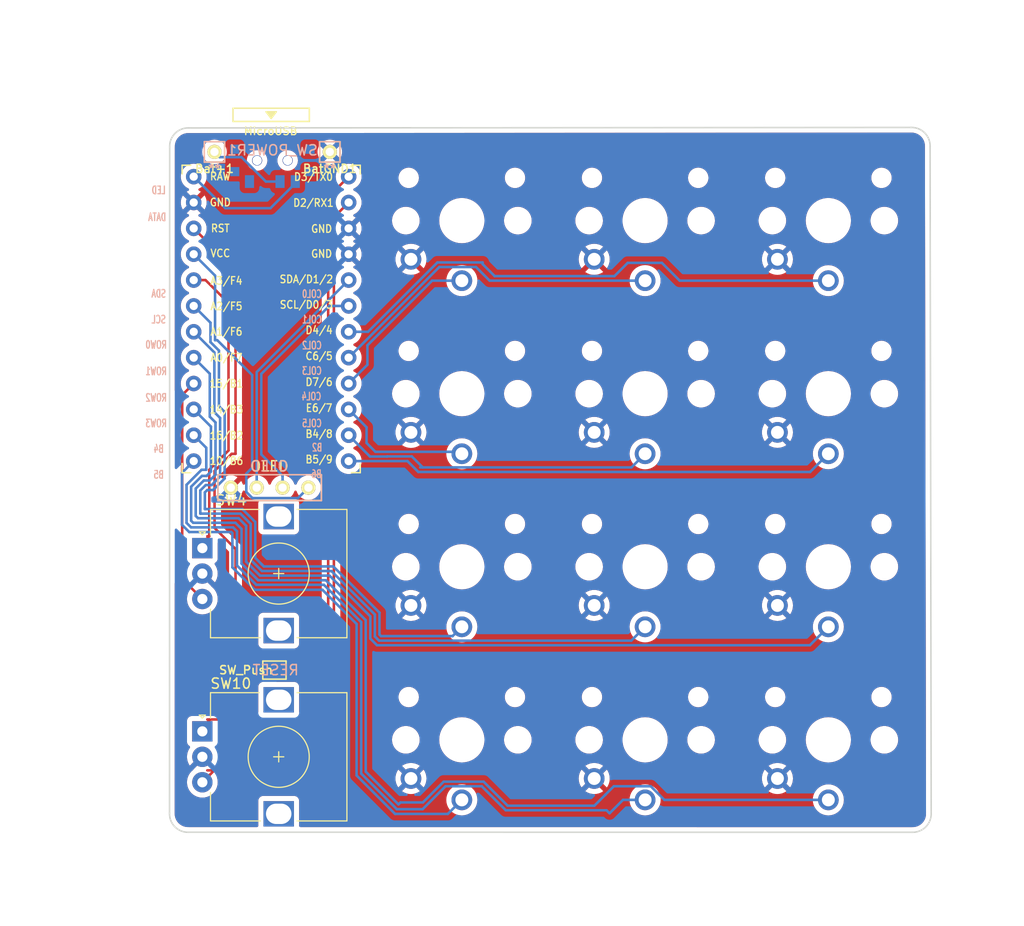
<source format=kicad_pcb>
(kicad_pcb (version 20211014) (generator pcbnew)
  (title_block (title "hypergolic") (date "2020-12-26") (rev "0.1") (company "broomlabs"))
  (layers (0 "F.Cu" signal) (31 "B.Cu" signal) (34 "B.Paste" user) (35 "F.Paste" user) (36 "B.SilkS" user "B.Silkscreen") (37 "F.SilkS" user "F.Silkscreen") (38 "B.Mask" user) (39 "F.Mask" user) (44 "Edge.Cuts" user))
  (net 0 "")
  (net 1 "reset")
  (net 2 "BT+")
  (net 3 "gnd")
  (net 4 "vcc")
  (net 5 "Switch18")
  (net 6 "Switch1")
  (net 7 "Switch2")
  (net 8 "Switch3")
  (net 9 "Switch4")
  (net 10 "Switch5")
  (net 11 "Switch6")
  (net 12 "Switch7")
  (net 13 "Switch8")
  (net 14 "Switch9")
  (net 15 "Switch10")
  (net 16 "Switch11")
  (net 17 "Switch12")
  (net 18 "Switch13")
  (net 19 "Switch14")
  (net 20 "Switch15")
  (net 21 "Switch16")
  (net 22 "Switch17")
  (net 24 "raw")
  (footprint "kbd:ProMicro_v3" (layer "F.Cu") (at 96.27 111.16)
    (fp_text reference "U1" hide)
    (fp_text value "ProMicro-kbd" hide)
    (fp_text user "LED" (at -11.049 -13.1445) (layer "B.SilkS") (effects (font (size 0.75 0.5) (thickness 0.125)) (justify mirror)))
    (fp_text user "ROW3" (at -11.3 9.75) (layer "B.SilkS") (effects (font (size 0.75 0.5) (thickness 0.125)) (justify mirror)))
    (fp_text user "COL4" (at 3.95 7.112) (layer "B.SilkS") (effects (font (size 0.75 0.5) (thickness 0.125)) (justify mirror)))
    (fp_text user "COL1" (at 4 -0.4445) (layer "B.SilkS") (effects (font (size 0.75 0.5) (thickness 0.125)) (justify mirror)))
    (fp_text user "B4" (at -11.049 12.2555) (layer "B.SilkS") (effects (font (size 0.75 0.5) (thickness 0.125)) (justify mirror)))
    (fp_text user "B6" (at 4.445 14.732) (layer "B.SilkS") (effects (font (size 0.75 0.5) (thickness 0.125)) (justify mirror)))
    (fp_text user "DATA" (at -11.2 -10.5) (layer "B.SilkS") (effects (font (size 0.75 0.5) (thickness 0.125)) (justify mirror)))
    (fp_text user "COL2" (at 4 2.1) (layer "B.SilkS") (effects (font (size 0.75 0.5) (thickness 0.125)) (justify mirror)))
    (fp_text user "ROW2" (at -11.3 7.239) (layer "B.SilkS") (effects (font (size 0.75 0.5) (thickness 0.125)) (justify mirror)))
    (fp_text user "B2" (at 4.5085 12.1285) (layer "B.SilkS") (effects (font (size 0.75 0.5) (thickness 0.125)) (justify mirror)))
    (fp_text user "ROW1" (at -11.3 4.6355) (layer "B.SilkS") (effects (font (size 0.75 0.5) (thickness 0.125)) (justify mirror)))
    (fp_text user "COL0" (at 4 -2.95) (layer "B.SilkS") (effects (font (size 0.75 0.5) (thickness 0.125)) (justify mirror)))
    (fp_text user "SCL" (at -11.049 -0.4445) (layer "B.SilkS") (effects (font (size 0.75 0.5) (thickness 0.125)) (justify mirror)))
    (fp_text user "B5" (at -11.049 14.7955) (layer "B.SilkS") (effects (font (size 0.75 0.5) (thickness 0.125)) (justify mirror)))
    (fp_text user "COL5" (at 4 9.75) (layer "B.SilkS") (effects (font (size 0.75 0.5) (thickness 0.125)) (justify mirror)))
    (fp_text user "COL3" (at 4 4.6) (layer "B.SilkS") (effects (font (size 0.75 0.5) (thickness 0.125)) (justify mirror)))
    (fp_text user "SDA" (at -11.049 -2.9845) (layer "B.SilkS") (effects (font (size 0.75 0.5) (thickness 0.125)) (justify mirror)))
    (fp_text user "ROW0" (at -11.3 2.032) (layer "B.SilkS") (effects (font (size 0.75 0.5) (thickness 0.125)) (justify mirror)))
    (fp_text user "E6/7" (at 4.705 8.25 unlocked) (layer "F.SilkS") (effects (font (size 0.75 0.67) (thickness 0.125))))
    (fp_text user "D3/TX0" (at 4.155 -14.45 unlocked) (layer "F.SilkS") (effects (font (size 0.75 0.67) (thickness 0.125))))
    (fp_text user "B4/8" (at 4.705 10.8 unlocked) (layer "F.SilkS") (effects (font (size 0.75 0.67) (thickness 0.125))))
    (fp_text user "D4/4" (at 4.705 0.6 unlocked) (layer "F.SilkS") (effects (font (size 0.75 0.67) (thickness 0.125))))
    (fp_text user "A3/F4" (at -4.395 -4.25 unlocked) (layer "F.SilkS") (effects (font (size 0.75 0.67) (thickness 0.125))))
    (fp_text user "A2/F5" (at -4.395 -1.75 unlocked) (layer "F.SilkS") (effects (font (size 0.75 0.67) (thickness 0.125))))
    (fp_text user "MicroUSB" (at -0.05 -18.95) (layer "F.SilkS") (effects (font (size 0.75 0.75) (thickness 0.12))))
    (fp_text user "10/B6" (at -4.395 13.45 unlocked) (layer "F.SilkS") (effects (font (size 0.75 0.67) (thickness 0.125))))
    (fp_text user "D7/6" (at 4.705 5.7 unlocked) (layer "F.SilkS") (effects (font (size 0.75 0.67) (thickness 0.125))))
    (fp_text user "SDA/D1/2" (at 3.455 -4.4 unlocked) (layer "F.SilkS") (effects (font (size 0.75 0.67) (thickness 0.125))))
    (fp_text user "14/B3" (at -4.395 8.4 unlocked) (layer "F.SilkS") (effects (font (size 0.75 0.67) (thickness 0.125))))
    (fp_text user "MicroUSB" (at -0.05 -18.95) (layer "F.SilkS") (effects (font (size 0.75 0.75) (thickness 0.12))))
    (fp_text user "A1/F6" (at -4.395 0.75 unlocked) (layer "F.SilkS") (effects (font (size 0.75 0.67) (thickness 0.125))))
    (fp_text user "16/B2" (at -4.395 10.95 unlocked) (layer "F.SilkS") (effects (font (size 0.75 0.67) (thickness 0.125))))
    (fp_text user "GND" (at 4.955 -6.9 unlocked) (layer "F.SilkS") (effects (font (size 0.75 0.67) (thickness 0.125))))
    (fp_text user "SCL/D0/3" (at 3.455 -1.9 unlocked) (layer "F.SilkS") (effects (font (size 0.75 0.67) (thickness 0.125))))
    (fp_text user "B5/9" (at 4.705 13.3 unlocked) (layer "F.SilkS") (effects (font (size 0.75 0.67) (thickness 0.125))))
    (fp_text user "RAW" (at -4.995 -14.5 unlocked) (layer "F.SilkS") (effects (font (size 0.75 0.67) (thickness 0.125))))
    (fp_text user "15/B1" (at -4.395 5.85 unlocked) (layer "F.SilkS") (effects (font (size 0.75 0.67) (thickness 0.125))))
    (fp_text user "GND" (at -4.995 -11.95 unlocked) (layer "F.SilkS") (effects (font (size 0.75 0.67) (thickness 0.125))))
    (fp_text user "D2/RX1" (at 4.155 -11.9 unlocked) (layer "F.SilkS") (effects (font (size 0.75 0.67) (thickness 0.125))))
    (fp_text user "A0/F7" (at -4.395 3.3 unlocked) (layer "F.SilkS") (effects (font (size 0.75 0.67) (thickness 0.125))))
    (fp_text user "C6/5" (at 4.705 3.15 unlocked) (layer "F.SilkS") (effects (font (size 0.75 0.67) (thickness 0.125))))
    (fp_text user "VCC" (at -4.995 -6.95 unlocked) (layer "F.SilkS") (effects (font (size 0.75 0.67) (thickness 0.125))))
    (fp_text user "RST" (at -4.995 -9.4 unlocked) (layer "F.SilkS") (effects (font (size 0.75 0.67) (thickness 0.125))))
    (fp_text user "GND" (at 4.955 -9.35 unlocked) (layer "F.SilkS") (effects (font (size 0.75 0.67) (thickness 0.125))))
    (fp_line (start 0 -20.2) (end -0.5 -20.85) (layer "F.SilkS") (width 0.15))
    (fp_line (start 8.75 13.75) (end 8.75 14.6) (layer "F.SilkS") (width 0.15))
    (fp_line (start -8.75 13.7) (end -8.75 14.6) (layer "F.SilkS") (width 0.15))
    (fp_line (start 0.5 -20.85) (end 0 -20.2) (layer "F.SilkS") (width 0.15))
    (fp_line (start 8.75 14.6) (end 7.89 14.6) (layer "F.SilkS") (width 0.15))
    (fp_line (start -0.5 -20.85) (end 0.5 -20.85) (layer "F.SilkS") (width 0.15))
    (fp_line (start -8.75 -15.6) (end -7.9 -15.6) (layer "F.SilkS") (width 0.15))
    (fp_line (start -8.75 14.6) (end -7.9 14.6) (layer "F.SilkS") (width 0.15))
    (fp_line (start 8.75 -15.6) (end 8.75 -14.75) (layer "F.SilkS") (width 0.15))
    (fp_line (start -0.35 -20.7) (end 0.35 -20.7) (layer "F.SilkS") (width 0.15))
    (fp_line (start 3.75 -21.2) (end -3.75 -21.2) (layer "F.SilkS") (width 0.15))
    (fp_line (start 3.75 -19.9) (end 3.75 -21.2) (layer "F.SilkS") (width 0.15))
    (fp_line (start -8.75 -15.6) (end -8.75 -14.75) (layer "F.SilkS") (width 0.15))
    (fp_line (start -3.75 -21.2) (end -3.75 -19.9) (layer "F.SilkS") (width 0.15))
    (fp_line (start -0.15 -20.4) (end 0.15 -20.4) (layer "F.SilkS") (width 0.15))
    (fp_line (start -3.75 -19.9) (end 3.75 -19.9) (layer "F.SilkS") (width 0.15))
    (fp_line (start 8.75 -15.6) (end 7.95 -15.6) (layer "F.SilkS") (width 0.15))
    (fp_line (start -0.25 -20.55) (end 0.25 -20.55) (layer "F.SilkS") (width 0.15))
    (pad "1" thru_hole circle locked (at 7.6114 -14.478) (size 1.524 1.524) (drill 0.8128) (layers *.Cu "B.Mask") (net 15 "Switch10"))
    (pad "2" thru_hole circle locked (at 7.6114 -11.938) (size 1.524 1.524) (drill 0.8128) (layers *.Cu "B.Mask") (net 5 "Switch18"))
    (pad "3" thru_hole circle locked (at 7.6114 -9.398) (size 1.524 1.524) (drill 0.8128) (layers *.Cu "B.Mask") (net 3 "gnd"))
    (pad "4" thru_hole circle locked (at 7.6114 -6.858) (size 1.524 1.524) (drill 0.8128) (layers *.Cu "B.Mask") (net 3 "gnd"))
    (pad "5" thru_hole circle locked (at 7.6114 -4.318) (size 1.524 1.524) (drill 0.8128) (layers *.Cu "B.Mask") (net 16 "Switch11"))
    (pad "6" thru_hole circle locked (at 7.6114 -1.778) (size 1.524 1.524) (drill 0.8128) (layers *.Cu "B.Mask") (net 17 "Switch12"))
    (pad "7" thru_hole circle locked (at 7.6114 0.762) (size 1.524 1.524) (drill 0.8128) (layers *.Cu "B.Mask") (net 18 "Switch13"))
    (pad "8" thru_hole circle locked (at 7.6114 3.302) (size 1.524 1.524) (drill 0.8128) (layers *.Cu "B.Mask") (net 19 "Switch14"))
    (pad "9" thru_hole circle locked (at 7.6114 5.842) (size 1.524 1.524) (drill 0.8128) (layers *.Cu "B.Mask") (net 6 "Switch1"))
    (pad "10" thru_hole circle locked (at 7.6114 8.382) (size 1.524 1.524) (drill 0.8128) (layers *.Cu "B.Mask") (net 20 "Switch15"))
    (pad "11" thru_hole circle locked (at 7.6114 10.922) (size 1.524 1.524) (drill 0.8128) (layers *.Cu "B.Mask") (net 21 "Switch16"))
    (pad "12" thru_hole circle locked (at 7.6114 13.462) (size 1.524 1.524) (drill 0.8128) (layers *.Cu "B.Mask") (net 22 "Switch17"))
    (pad "13" thru_hole circle locked (at -7.6086 13.462) (size 1.524 1.524) (drill 0.8128) (layers *.Cu "B.Mask") (net 14 "Switch9"))
    (pad "14" thru_hole circle locked (at -7.6086 10.922) (size 1.524 1.524) (drill 0.8128) (layers *.Cu "B.Mask") (net 13 "Switch8"))
    (pad "15" thru_hole circle locked (at -7.6086 8.382) (size 1.524 1.524) (drill 0.8128) (layers *.Cu "B.Mask") (net 12 "Switch7"))
    (pad "16" thru_hole circle locked (at -7.6086 5.842) (size 1.524 1.524) (drill 0.8128) (layers *.Cu "B.Mask") (net 11 "Switch6"))
    (pad "17" thru_hole circle locked (at -7.6086 3.302) (size 1.524 1.524) (drill 0.8128) (layers *.Cu "B.Mask") (net 7 "Switch2"))
    (pad "18" thru_hole circle locked (at -7.6086 0.762) (size 1.524 1.524) (drill 0.8128) (layers *.Cu "B.Mask") (net 8 "Switch3"))
    (pad "19" thru_hole circle locked (at -7.6086 -1.778) (size 1.524 1.524) (drill 0.8128) (layers *.Cu "B.Mask") (net 9 "Switch4"))
    (pad "20" thru_hole circle locked (at -7.6086 -4.318) (size 1.524 1.524) (drill 0.8128) (layers *.Cu "B.Mask") (net 10 "Switch5"))
    (pad "21" thru_hole circle locked (at -7.6086 -6.858) (size 1.524 1.524) (drill 0.8128) (layers *.Cu "B.Mask") (net 4 "vcc"))
    (pad "22" thru_hole circle locked (at -7.6086 -9.398) (size 1.524 1.524) (drill 0.8128) (layers *.Cu "B.Mask") (net 1 "reset"))
    (pad "23" thru_hole circle locked (at -7.6086 -11.938) (size 1.524 1.524) (drill 0.8128) (layers *.Cu "B.Mask") (net 3 "gnd"))
    (pad "24" thru_hole circle locked (at -7.6086 -14.478) (size 1.524 1.524) (drill 0.8128) (layers *.Cu "B.Mask") (net 24 "raw"))
  )
  (footprint "Rotary_Encoder:RotaryEncoder_Alps_EC12E_Vertical_H20mm" (layer "F.Cu") (at 89.51 133.17)
    (fp_text reference "SW4" (at 2.8 -4.7) (layer "F.SilkS"))
    (fp_text value "RotaryEncoder_Switch")
    (fp_line (start 5.6 -3.8) (end 0.8 -3.8) (layer "F.SilkS") (width 0.12))
    (fp_line (start 7 2.5) (end 8 2.5) (layer "F.SilkS") (width 0.12))
    (fp_line (start 14.2 -3.8) (end 14.2 8.8) (layer "F.SilkS") (width 0.12))
    (fp_line (start 9.3 -3.8) (end 14.2 -3.8) (layer "F.SilkS") (width 0.12))
    (fp_line (start 0.3 -1.6) (end 0 -1.3) (layer "F.SilkS") (width 0.12))
    (fp_line (start 5.7 8.8) (end 0.8 8.8) (layer "F.SilkS") (width 0.12))
    (fp_line (start -0.3 -1.6) (end 0.3 -1.6) (layer "F.SilkS") (width 0.12))
    (fp_line (start 0.8 8.8) (end 0.8 6) (layer "F.SilkS") (width 0.12))
    (fp_line (start 0.8 -3.8) (end 0.8 -1.3) (layer "F.SilkS") (width 0.12))
    (fp_line (start 14.2 8.8) (end 9.3 8.8) (layer "F.SilkS") (width 0.12))
    (fp_line (start 7.5 2) (end 7.5 3) (layer "F.SilkS") (width 0.12))
    (fp_line (start 0 -1.3) (end -0.3 -1.6) (layer "F.SilkS") (width 0.12))
    (fp_circle (center 7.5 2.5) (end 10.5 2.5) (layer "F.SilkS") (width 0.12) (fill none))
    (pad "A" thru_hole rect locked (at 0 0) (size 2 2) (drill 1) (layers *.Cu *.Mask) (net 10 "Switch5"))
    (pad "B" thru_hole circle locked (at 0 5) (size 2 2) (drill 1) (layers *.Cu *.Mask) (net 11 "Switch6"))
    (pad "C" thru_hole circle locked (at 0 2.5) (size 2 2) (drill 1) (layers *.Cu *.Mask) (net 3 "gnd"))
    (pad "MP" thru_hole rect locked (at 7.5 8.1) (size 3 2.5) (drill oval 2.5 2) (layers *.Cu *.Mask))
    (pad "MP" thru_hole rect locked (at 7.5 -3.1) (size 3 2.5) (drill oval 2.5 2) (layers *.Cu *.Mask))
  )
  (footprint "Kailh:SW_PG1350_single_b2" (layer "F.Cu") (at 115 135)
    (fp_text reference "SW8")
    (fp_text value "SW_Push")
    (pad "" np_thru_hole circle locked (at 0 0) (size 3.429 3.429) (drill 3.429) (layers *.Cu *.Mask))
    (pad "" np_thru_hole circle locked (at 5.22 -4.2) (size 0.9906 0.9906) (drill 0.9906) (layers *.Cu *.Mask))
    (pad "" np_thru_hole circle locked (at -5.5 0) (size 1.7018 1.7018) (drill 1.7018) (layers *.Cu *.Mask))
    (pad "" np_thru_hole circle locked (at 5.5 0) (size 1.7018 1.7018) (drill 1.7018) (layers *.Cu *.Mask))
    (pad "" np_thru_hole circle locked (at -5.22 -4.2) (size 0.9906 0.9906) (drill 0.9906) (layers *.Cu *.Mask))
    (pad "1" thru_hole circle locked (at 0 5.9) (size 2.032 2.032) (drill 1.27) (layers *.Cu *.Mask) (net 9 "Switch4"))
    (pad "2" thru_hole circle locked (at -5 3.8) (size 2.032 2.032) (drill 1.27) (layers *.Cu *.Mask) (net 3 "gnd"))
  )
  (footprint "Kailh:SW_PG1350_single_b2" (layer "F.Cu") (at 115 101)
    (fp_text reference "SW1")
    (fp_text value "SW_Push")
    (pad "" np_thru_hole circle locked (at -5.5 0) (size 1.7018 1.7018) (drill 1.7018) (layers *.Cu *.Mask))
    (pad "" np_thru_hole circle locked (at -5.22 -4.2) (size 0.9906 0.9906) (drill 0.9906) (layers *.Cu *.Mask))
    (pad "" np_thru_hole circle locked (at 5.5 0) (size 1.7018 1.7018) (drill 1.7018) (layers *.Cu *.Mask))
    (pad "" np_thru_hole circle locked (at 0 0) (size 3.429 3.429) (drill 3.429) (layers *.Cu *.Mask))
    (pad "" np_thru_hole circle locked (at 5.22 -4.2) (size 0.9906 0.9906) (drill 0.9906) (layers *.Cu *.Mask))
    (pad "1" thru_hole circle locked (at 0 5.9) (size 2.032 2.032) (drill 1.27) (layers *.Cu *.Mask) (net 6 "Switch1"))
    (pad "2" thru_hole circle locked (at -5 3.8) (size 2.032 2.032) (drill 1.27) (layers *.Cu *.Mask) (net 3 "gnd"))
  )
  (footprint "Kailh:SW_PG1350_single_b2" (layer "F.Cu") (at 115 118)
    (fp_text reference "SW5")
    (fp_text value "SW_Push")
    (pad "" np_thru_hole circle locked (at -5.5 0) (size 1.7018 1.7018) (drill 1.7018) (layers *.Cu *.Mask))
    (pad "" np_thru_hole circle locked (at 0 0) (size 3.429 3.429) (drill 3.429) (layers *.Cu *.Mask))
    (pad "" np_thru_hole circle locked (at -5.22 -4.2) (size 0.9906 0.9906) (drill 0.9906) (layers *.Cu *.Mask))
    (pad "" np_thru_hole circle locked (at 5.22 -4.2) (size 0.9906 0.9906) (drill 0.9906) (layers *.Cu *.Mask))
    (pad "" np_thru_hole circle locked (at 5.5 0) (size 1.7018 1.7018) (drill 1.7018) (layers *.Cu *.Mask))
    (pad "1" thru_hole circle locked (at 0 5.9) (size 2.032 2.032) (drill 1.27) (layers *.Cu *.Mask) (net 20 "Switch15"))
    (pad "2" thru_hole circle locked (at -5 3.8) (size 2.032 2.032) (drill 1.27) (layers *.Cu *.Mask) (net 3 "gnd"))
  )
  (footprint "kbd:Jumper" (layer "F.Cu") (at 96.59 145.15)
    (fp_text reference "RSW1" hide)
    (fp_text value "SW_Push" (at -2.794 0) (layer "F.SilkS") (effects (font (size 0.8128 0.8128))))
    (fp_text user "RESET" (at 0.127 0) (layer "B.SilkS") (effects (justify mirror)))
    (fp_line (start -1.143 -0.889) (end 1.143 -0.889) (layer "F.SilkS") (width 0.15))
    (fp_line (start 1.143 -0.889) (end 1.143 0.889) (layer "F.SilkS") (width 0.15))
    (fp_line (start 1.143 0.889) (end -1.143 0.889) (layer "F.SilkS") (width 0.15))
    (fp_line (start -1.143 0.889) (end -1.143 -0.889) (layer "F.SilkS") (width 0.15))
    (pad "1" smd rect locked (at -0.50038 0) (size 0.635 1.143) (layers "F.Cu" "F.Paste" "F.Mask") (net 3 "gnd") (clearance 0.1905))
    (pad "2" smd rect locked (at 0.50038 0) (size 0.635 1.143) (layers "F.Cu" "F.Paste" "F.Mask") (net 1 "reset") (clearance 0.1905))
  )
  (footprint "Kailh:SW_PG1350_single_b2" (layer "F.Cu") (at 151 135)
    (fp_text reference "SW11")
    (fp_text value "SW_Push")
    (pad "" np_thru_hole circle locked (at 0 0) (size 3.429 3.429) (drill 3.429) (layers *.Cu *.Mask))
    (pad "" np_thru_hole circle locked (at -5.22 -4.2) (size 0.9906 0.9906) (drill 0.9906) (layers *.Cu *.Mask))
    (pad "" np_thru_hole circle locked (at 5.22 -4.2) (size 0.9906 0.9906) (drill 0.9906) (layers *.Cu *.Mask))
    (pad "" np_thru_hole circle locked (at 5.5 0) (size 1.7018 1.7018) (drill 1.7018) (layers *.Cu *.Mask))
    (pad "" np_thru_hole circle locked (at -5.5 0) (size 1.7018 1.7018) (drill 1.7018) (layers *.Cu *.Mask))
    (pad "1" thru_hole circle locked (at 0 5.9) (size 2.032 2.032) (drill 1.27) (layers *.Cu *.Mask) (net 7 "Switch2"))
    (pad "2" thru_hole circle locked (at -5 3.8) (size 2.032 2.032) (drill 1.27) (layers *.Cu *.Mask) (net 3 "gnd"))
  )
  (footprint "Kailh:SW_PG1350_single_b2" (layer "F.Cu") (at 115 152)
    (fp_text reference "SW12")
    (fp_text value "SW_Push")
    (pad "" np_thru_hole circle locked (at 5.5 0) (size 1.7018 1.7018) (drill 1.7018) (layers *.Cu *.Mask))
    (pad "" np_thru_hole circle locked (at 0 0) (size 3.429 3.429) (drill 3.429) (layers *.Cu *.Mask))
    (pad "" np_thru_hole circle locked (at 5.22 -4.2) (size 0.9906 0.9906) (drill 0.9906) (layers *.Cu *.Mask))
    (pad "" np_thru_hole circle locked (at -5.5 0) (size 1.7018 1.7018) (drill 1.7018) (layers *.Cu *.Mask))
    (pad "" np_thru_hole circle locked (at -5.22 -4.2) (size 0.9906 0.9906) (drill 0.9906) (layers *.Cu *.Mask))
    (pad "1" thru_hole circle locked (at 0 5.9) (size 2.032 2.032) (drill 1.27) (layers *.Cu *.Mask) (net 14 "Switch9"))
    (pad "2" thru_hole circle locked (at -5 3.8) (size 2.032 2.032) (drill 1.27) (layers *.Cu *.Mask) (net 3 "gnd"))
  )
  (footprint "Kailh:SW_PG1350_single_b2" (layer "F.Cu") (at 133 135)
    (fp_text reference "SW9")
    (fp_text value "SW_Push")
    (pad "" np_thru_hole circle locked (at 5.22 -4.2) (size 0.9906 0.9906) (drill 0.9906) (layers *.Cu *.Mask))
    (pad "" np_thru_hole circle locked (at 0 0) (size 3.429 3.429) (drill 3.429) (layers *.Cu *.Mask))
    (pad "" np_thru_hole circle locked (at -5.5 0) (size 1.7018 1.7018) (drill 1.7018) (layers *.Cu *.Mask))
    (pad "" np_thru_hole circle locked (at -5.22 -4.2) (size 0.9906 0.9906) (drill 0.9906) (layers *.Cu *.Mask))
    (pad "" np_thru_hole circle locked (at 5.5 0) (size 1.7018 1.7018) (drill 1.7018) (layers *.Cu *.Mask))
    (pad "1" thru_hole circle locked (at 0 5.9) (size 2.032 2.032) (drill 1.27) (layers *.Cu *.Mask) (net 8 "Switch3"))
    (pad "2" thru_hole circle locked (at -5 3.8) (size 2.032 2.032) (drill 1.27) (layers *.Cu *.Mask) (net 3 "gnd"))
  )
  (footprint "Rotary_Encoder:RotaryEncoder_Alps_EC12E_Vertical_H20mm" (layer "F.Cu") (at 89.51 151.17)
    (fp_text reference "SW10" (at 2.8 -4.7) (layer "F.SilkS"))
    (fp_text value "RotaryEncoder_Switch")
    (fp_line (start 7.5 2) (end 7.5 3) (layer "F.SilkS") (width 0.12))
    (fp_line (start 0.3 -1.6) (end 0 -1.3) (layer "F.SilkS") (width 0.12))
    (fp_line (start 0.8 8.8) (end 0.8 6) (layer "F.SilkS") (width 0.12))
    (fp_line (start 5.6 -3.8) (end 0.8 -3.8) (layer "F.SilkS") (width 0.12))
    (fp_line (start 14.2 8.8) (end 9.3 8.8) (layer "F.SilkS") (width 0.12))
    (fp_line (start 7 2.5) (end 8 2.5) (layer "F.SilkS") (width 0.12))
    (fp_line (start 5.7 8.8) (end 0.8 8.8) (layer "F.SilkS") (width 0.12))
    (fp_line (start 0 -1.3) (end -0.3 -1.6) (layer "F.SilkS") (width 0.12))
    (fp_line (start 9.3 -3.8) (end 14.2 -3.8) (layer "F.SilkS") (width 0.12))
    (fp_line (start -0.3 -1.6) (end 0.3 -1.6) (layer "F.SilkS") (width 0.12))
    (fp_line (start 0.8 -3.8) (end 0.8 -1.3) (layer "F.SilkS") (width 0.12))
    (fp_line (start 14.2 -3.8) (end 14.2 8.8) (layer "F.SilkS") (width 0.12))
    (fp_circle (center 7.5 2.5) (end 10.5 2.5) (layer "F.SilkS") (width 0.12) (fill none))
    (pad "A" thru_hole rect locked (at 0 0) (size 2 2) (drill 1) (layers *.Cu *.Mask) (net 15 "Switch10"))
    (pad "B" thru_hole circle locked (at 0 5) (size 2 2) (drill 1) (layers *.Cu *.Mask) (net 5 "Switch18"))
    (pad "C" thru_hole circle locked (at 0 2.5) (size 2 2) (drill 1) (layers *.Cu *.Mask) (net 3 "gnd"))
    (pad "MP" thru_hole rect locked (at 7.5 -3.1) (size 3 2.5) (drill oval 2.5 2) (layers *.Cu *.Mask))
    (pad "MP" thru_hole rect locked (at 7.5 8.1) (size 3 2.5) (drill oval 2.5 2) (layers *.Cu *.Mask))
  )
  (footprint "kbd:1pin_conn" (layer "F.Cu") (at 102.03 94.25)
    (fp_text reference "BatGND1" (at 0 1.651) (layer "F.SilkS") (effects (font (size 0.8128 0.8128))))
    (fp_text value "MountingHole_Pad" hide)
    (fp_text user "**" (at 0 1.651) (layer "B.SilkS") (effects (font (size 0.8128 0.8128)) (justify mirror)))
    (fp_line (start -1 1) (end -1 -1) (layer "B.SilkS") (width 0.15))
    (fp_line (start 1 -1) (end 1 1) (layer "B.SilkS") (width 0.15))
    (fp_line (start 1 1) (end -1 1) (layer "B.SilkS") (width 0.15))
    (fp_line (start -1 -1) (end 1 -1) (layer "B.SilkS") (width 0.15))
    (fp_line (start 1 1) (end 1 -1) (layer "F.SilkS") (width 0.15))
    (fp_line (start -1 -1) (end -1 1) (layer "F.SilkS") (width 0.15))
    (fp_line (start -1 1) (end 1 1) (layer "F.SilkS") (width 0.15))
    (fp_line (start 1 -1) (end -1 -1) (layer "F.SilkS") (width 0.15))
    (pad "1" thru_hole circle locked (at 0 0) (size 1.397 1.397) (drill 0.8128) (layers *.Cu *.Mask "F.SilkS") (net 3 "gnd"))
  )
  (footprint "Kailh:SW_PG1350_single_b2" (layer "F.Cu") (at 151 101)
    (fp_text reference "SW3")
    (fp_text value "SW_Push")
    (pad "" np_thru_hole circle locked (at 5.5 0) (size 1.7018 1.7018) (drill 1.7018) (layers *.Cu *.Mask))
    (pad "" np_thru_hole circle locked (at -5.22 -4.2) (size 0.9906 0.9906) (drill 0.9906) (layers *.Cu *.Mask))
    (pad "" np_thru_hole circle locked (at 0 0) (size 3.429 3.429) (drill 3.429) (layers *.Cu *.Mask))
    (pad "" np_thru_hole circle locked (at -5.5 0) (size 1.7018 1.7018) (drill 1.7018) (layers *.Cu *.Mask))
    (pad "" np_thru_hole circle locked (at 5.22 -4.2) (size 0.9906 0.9906) (drill 0.9906) (layers *.Cu *.Mask))
    (pad "1" thru_hole circle locked (at 0 5.9) (size 2.032 2.032) (drill 1.27) (layers *.Cu *.Mask) (net 18 "Switch13"))
    (pad "2" thru_hole circle locked (at -5 3.8) (size 2.032 2.032) (drill 1.27) (layers *.Cu *.Mask) (net 3 "gnd"))
  )
  (footprint "kbd:1pin_conn" (layer "F.Cu") (at 90.7 94.25)
    (fp_text reference "Bat+1" (at 0 1.651) (layer "F.SilkS") (effects (font (size 0.8128 0.8128))))
    (fp_text value "MountingHole_Pad" hide)
    (fp_text user "**" (at 0 1.651) (layer "B.SilkS") (effects (font (size 0.8128 0.8128)) (justify mirror)))
    (fp_line (start -1 1) (end -1 -1) (layer "B.SilkS") (width 0.15))
    (fp_line (start 1 1) (end -1 1) (layer "B.SilkS") (width 0.15))
    (fp_line (start -1 -1) (end 1 -1) (layer "B.SilkS") (width 0.15))
    (fp_line (start 1 -1) (end 1 1) (layer "B.SilkS") (width 0.15))
    (fp_line (start 1 -1) (end -1 -1) (layer "F.SilkS") (width 0.15))
    (fp_line (start -1 -1) (end -1 1) (layer "F.SilkS") (width 0.15))
    (fp_line (start 1 1) (end 1 -1) (layer "F.SilkS") (width 0.15))
    (fp_line (start -1 1) (end 1 1) (layer "F.SilkS") (width 0.15))
    (pad "1" thru_hole circle locked (at 0 0) (size 1.397 1.397) (drill 0.8128) (layers *.Cu *.Mask "F.SilkS") (net 2 "BT+"))
  )
  (footprint "kbd:OLED" (layer "F.Cu") (at 92.31 127.23)
    (fp_text reference "J2")
    (fp_text value "OLED" hide)
    (fp_text user "OLED" (at 3.75 -2.1) (layer "B.SilkS") (effects (justify mirror)))
    (fp_text user "OLED" (at 3.8 -2.1) (layer "F.SilkS"))
    (fp_line (start -1.27 1.27) (end -1.27 -1.27) (layer "B.SilkS") (width 0.15))
    (fp_line (start -1.27 -1.27) (end 8.89 -1.27) (layer "B.SilkS") (width 0.15))
    (fp_line (start 8.89 1.27) (end -1.27 1.27) (layer "B.SilkS") (width 0.15))
    (fp_line (start 8.89 -1.27) (end 8.89 1.27) (layer "B.SilkS") (width 0.15))
    (fp_line (start -1.27 -1.27) (end 8.89 -1.27) (layer "F.SilkS") (width 0.15))
    (fp_line (start 8.89 -1.27) (end 8.89 1.27) (layer "F.SilkS") (width 0.15))
    (fp_line (start -1.27 1.27) (end 8.89 1.27) (layer "F.SilkS") (width 0.15))
    (fp_line (start -1.27 1.27) (end -1.27 -1.27) (layer "F.SilkS") (width 0.15))
    (pad "1" thru_hole circle locked (at 0 0) (size 1.397 1.397) (drill 0.8128) (layers *.Cu *.Mask "F.SilkS") (net 3 "gnd"))
    (pad "2" thru_hole circle locked (at 2.54 0) (size 1.397 1.397) (drill 0.8128) (layers *.Cu *.Mask "F.SilkS") (net 16 "Switch11"))
    (pad "3" thru_hole circle locked (at 5.08 0) (size 1.397 1.397) (drill 0.8128) (layers *.Cu *.Mask "F.SilkS") (net 17 "Switch12"))
    (pad "4" thru_hole circle locked (at 7.62 0) (size 1.397 1.397) (drill 0.8128) (layers *.Cu *.Mask "F.SilkS") (net 4 "vcc"))
  )
  (footprint "Kailh:SW_PG1350_single_b2" (layer "F.Cu") (at 133 152)
    (fp_text reference "SW13")
    (fp_text value "SW_Push")
    (pad "" np_thru_hole circle locked (at -5.5 0) (size 1.7018 1.7018) (drill 1.7018) (layers *.Cu *.Mask))
    (pad "" np_thru_hole circle locked (at -5.22 -4.2) (size 0.9906 0.9906) (drill 0.9906) (layers *.Cu *.Mask))
    (pad "" np_thru_hole circle locked (at 5.22 -4.2) (size 0.9906 0.9906) (drill 0.9906) (layers *.Cu *.Mask))
    (pad "" np_thru_hole circle locked (at 5.5 0) (size 1.7018 1.7018) (drill 1.7018) (layers *.Cu *.Mask))
    (pad "" np_thru_hole circle locked (at 0 0) (size 3.429 3.429) (drill 3.429) (layers *.Cu *.Mask))
    (pad "1" thru_hole circle locked (at 0 5.9) (size 2.032 2.032) (drill 1.27) (layers *.Cu *.Mask) (net 13 "Switch8"))
    (pad "2" thru_hole circle locked (at -5 3.8) (size 2.032 2.032) (drill 1.27) (layers *.Cu *.Mask) (net 3 "gnd"))
  )
  (footprint "Kailh:SW_PG1350_single_b2" (layer "F.Cu") (at 151 152)
    (fp_text reference "SW14")
    (fp_text value "SW_Push")
    (pad "" np_thru_hole circle locked (at 5.22 -4.2) (size 0.9906 0.9906) (drill 0.9906) (layers *.Cu *.Mask))
    (pad "" np_thru_hole circle locked (at 5.5 0) (size 1.7018 1.7018) (drill 1.7018) (layers *.Cu *.Mask))
    (pad "" np_thru_hole circle locked (at 0 0) (size 3.429 3.429) (drill 3.429) (layers *.Cu *.Mask))
    (pad "" np_thru_hole circle locked (at -5.22 -4.2) (size 0.9906 0.9906) (drill 0.9906) (layers *.Cu *.Mask))
    (pad "" np_thru_hole circle locked (at -5.5 0) (size 1.7018 1.7018) (drill 1.7018) (layers *.Cu *.Mask))
    (pad "1" thru_hole circle locked (at 0 5.9) (size 2.032 2.032) (drill 1.27) (layers *.Cu *.Mask) (net 12 "Switch7"))
    (pad "2" thru_hole circle locked (at -5 3.8) (size 2.032 2.032) (drill 1.27) (layers *.Cu *.Mask) (net 3 "gnd"))
  )
  (footprint "Kailh:SW_PG1350_single_b2" (layer "F.Cu") (at 133 101)
    (fp_text reference "SW2")
    (fp_text value "SW_Push")
    (pad "" np_thru_hole circle locked (at 5.5 0) (size 1.7018 1.7018) (drill 1.7018) (layers *.Cu *.Mask))
    (pad "" np_thru_hole circle locked (at -5.5 0) (size 1.7018 1.7018) (drill 1.7018) (layers *.Cu *.Mask))
    (pad "" np_thru_hole circle locked (at 0 0) (size 3.429 3.429) (drill 3.429) (layers *.Cu *.Mask))
    (pad "" np_thru_hole circle locked (at 5.22 -4.2) (size 0.9906 0.9906) (drill 0.9906) (layers *.Cu *.Mask))
    (pad "" np_thru_hole circle locked (at -5.22 -4.2) (size 0.9906 0.9906) (drill 0.9906) (layers *.Cu *.Mask))
    (pad "1" thru_hole circle locked (at 0 5.9) (size 2.032 2.032) (drill 1.27) (layers *.Cu *.Mask) (net 19 "Switch14"))
    (pad "2" thru_hole circle locked (at -5 3.8) (size 2.032 2.032) (drill 1.27) (layers *.Cu *.Mask) (net 3 "gnd"))
  )
  (footprint "Kailh:SW_PG1350_single_b2" (layer "F.Cu") (at 151 118)
    (fp_text reference "SW7")
    (fp_text value "SW_Push")
    (pad "" np_thru_hole circle locked (at 0 0) (size 3.429 3.429) (drill 3.429) (layers *.Cu *.Mask))
    (pad "" np_thru_hole circle locked (at 5.5 0) (size 1.7018 1.7018) (drill 1.7018) (layers *.Cu *.Mask))
    (pad "" np_thru_hole circle locked (at -5.22 -4.2) (size 0.9906 0.9906) (drill 0.9906) (layers *.Cu *.Mask))
    (pad "" np_thru_hole circle locked (at 5.22 -4.2) (size 0.9906 0.9906) (drill 0.9906) (layers *.Cu *.Mask))
    (pad "" np_thru_hole circle locked (at -5.5 0) (size 1.7018 1.7018) (drill 1.7018) (layers *.Cu *.Mask))
    (pad "1" thru_hole circle locked (at 0 5.9) (size 2.032 2.032) (drill 1.27) (layers *.Cu *.Mask) (net 22 "Switch17"))
    (pad "2" thru_hole circle locked (at -5 3.8) (size 2.032 2.032) (drill 1.27) (layers *.Cu *.Mask) (net 3 "gnd"))
  )
  (footprint "Kailh:SW_PG1350_single_b2" (layer "F.Cu") (at 133 118)
    (fp_text reference "SW6")
    (fp_text value "SW_Push")
    (pad "" np_thru_hole circle locked (at 5.22 -4.2) (size 0.9906 0.9906) (drill 0.9906) (layers *.Cu *.Mask))
    (pad "" np_thru_hole circle locked (at 0 0) (size 3.429 3.429) (drill 3.429) (layers *.Cu *.Mask))
    (pad "" np_thru_hole circle locked (at 5.5 0) (size 1.7018 1.7018) (drill 1.7018) (layers *.Cu *.Mask))
    (pad "" np_thru_hole circle locked (at -5.22 -4.2) (size 0.9906 0.9906) (drill 0.9906) (layers *.Cu *.Mask))
    (pad "" np_thru_hole circle locked (at -5.5 0) (size 1.7018 1.7018) (drill 1.7018) (layers *.Cu *.Mask))
    (pad "1" thru_hole circle locked (at 0 5.9) (size 2.032 2.032) (drill 1.27) (layers *.Cu *.Mask) (net 21 "Switch16"))
    (pad "2" thru_hole circle locked (at -5 3.8) (size 2.032 2.032) (drill 1.27) (layers *.Cu *.Mask) (net 3 "gnd"))
  )
  (footprint "Kailh:SPDT_C128955" (layer "B.Cu") (at 96.39 95.09 180)
    (fp_text reference "SW_POWER1" (at 0 1) (layer "B.SilkS") (effects (justify mirror)))
    (fp_text value "SW_SPDT")
    (pad "" np_thru_hole circle locked (at -1.5 0 180) (size 1 1) (drill 0.9) (layers *.Cu *.Mask))
    (pad "" np_thru_hole circle locked (at 1.5 0 180) (size 1 1) (drill 0.9) (layers *.Cu *.Mask))
    (pad "0" smd rect locked (at 3.7 1.1 180) (size 0.9 0.9) (layers "B.Cu" "B.Paste" "B.Mask"))
    (pad "0" smd rect locked (at -3.7 -1.1 180) (size 0.9 0.9) (layers "B.Cu" "B.Paste" "B.Mask"))
    (pad "0" smd rect locked (at 3.7 -1.1 180) (size 0.9 0.9) (layers "B.Cu" "B.Paste" "B.Mask"))
    (pad "0" smd rect locked (at -3.7 1.1 180) (size 0.9 0.9) (layers "B.Cu" "B.Paste" "B.Mask"))
    (pad "1" smd rect locked (at 2.25 -2.075 180) (size 0.9 1.25) (layers "B.Cu" "B.Paste" "B.Mask"))
    (pad "2" smd rect locked (at -0.75 -2.075 180) (size 0.9 1.25) (layers "B.Cu" "B.Paste" "B.Mask") (net 2 "BT+"))
    (pad "3" smd rect locked (at -2.25 -2.075 180) (size 0.9 1.25) (layers "B.Cu" "B.Paste" "B.Mask") (net 24 "raw"))
  )
  (gr_arc (start 88.166218 161.080953) (mid 86.819999 160.55) (end 86.286091 159.20495) (layer "Edge.Cuts") (width 0.15))
  (gr_line (start 161.100953 159.203782) (end 160.993909 93.72505) (layer "Edge.Cuts") (width 0.15))
  (gr_line (start 86.299047 93.776218) (end 86.286091 159.20495) (layer "Edge.Cuts") (width 0.15))
  (gr_line (start 88.166218 161.080953) (end 159.22495 161.083909) (layer "Edge.Cuts") (width 0.15))
  (gr_line (start 159.113782 91.849047) (end 88.17505 91.896091) (layer "Edge.Cuts") (width 0.15))
  (gr_arc (start 86.299047 93.776218) (mid 86.83 92.429999) (end 88.17505 91.896091) (layer "Edge.Cuts") (width 0.15))
  (gr_arc (start 159.113782 91.849047) (mid 160.460001 92.38) (end 160.993909 93.72505) (layer "Edge.Cuts") (width 0.15))
  (gr_arc (start 161.100953 159.203782) (mid 160.57 160.550001) (end 159.22495 161.083909) (layer "Edge.Cuts") (width 0.15))
  (segment (start 92.77 123.91) (end 92.385718 123.91) (width 0.25) (layer "F.Cu") (net 1))
  (segment (start 92.77 105.8706) (end 92.77 123.91) (width 0.25) (layer "F.Cu") (net 1))
  (segment (start 96.83 143.8) (end 97.33 144.3) (width 0.25) (layer "F.Cu") (net 1))
  (segment (start 97.09038 145.15) (end 97.09038 144.53962) (width 0.25) (layer "F.Cu") (net 1))
  (segment (start 92.77 142) (end 92.67 142.1) (width 0.25) (layer "F.Cu") (net 1))
  (segment (start 92.385718 123.91) (end 90.71 125.585718) (width 0.25) (layer "F.Cu") (net 1))
  (segment (start 97.33 144.3) (end 97.486511 144.456511) (width 0.25) (layer "F.Cu") (net 1))
  (segment (start 92.77 133.25) (end 92.77 142) (width 0.25) (layer "F.Cu") (net 1))
  (segment (start 97.09038 144.53962) (end 97.33 144.3) (width 0.25) (layer "F.Cu") (net 1))
  (segment (start 90.71 125.585718) (end 90.71 131.19) (width 0.25) (layer "F.Cu") (net 1))
  (segment (start 90.71 131.19) (end 92.77 133.25) (width 0.25) (layer "F.Cu") (net 1))
  (segment (start 94.37 143.8) (end 96.83 143.8) (width 0.25) (layer "F.Cu") (net 1))
  (segment (start 88.6614 101.762) (end 92.77 105.8706) (width 0.25) (layer "F.Cu") (net 1))
  (segment (start 92.67 142.1) (end 94.37 143.8) (width 0.25) (layer "F.Cu") (net 1))
  (segment (start 97.14 97.165) (end 95.750489 97.165) (width 0.25) (layer "B.Cu") (net 2))
  (segment (start 95.750489 97.165) (end 93.35 94.764511) (width 0.25) (layer "B.Cu") (net 2))
  (segment (start 91.214511 94.764511) (end 90.7 94.25) (width 0.25) (layer "B.Cu") (net 2))
  (segment (start 93.35 94.764511) (end 91.214511 94.764511) (width 0.25) (layer "B.Cu") (net 2))
  (segment (start 90.757079 106.397679) (end 90.757079 112.746244) (width 0.25) (layer "B.Cu") (net 4))
  (segment (start 93.826989 125.853011) (end 93.826989 127.653746) (width 0.25) (layer "B.Cu") (net 4))
  (segment (start 93.826989 127.653746) (end 94.426254 128.253011) (width 0.25) (layer "B.Cu") (net 4))
  (segment (start 94.40048 125.27952) (end 93.826989 125.853011) (width 0.25) (layer "B.Cu") (net 4))
  (segment (start 94.426254 128.253011) (end 98.906989 128.253011) (width 0.25) (layer "B.Cu") (net 4))
  (segment (start 90.757079 112.746244) (end 90.976244 112.746244) (width 0.25) (layer "B.Cu") (net 4))
  (segment (start 90.976244 112.746244) (end 94.40048 116.17048) (width 0.25) (layer "B.Cu") (net 4))
  (segment (start 88.6614 104.302) (end 90.757079 106.397679) (width 0.25) (layer "B.Cu") (net 4))
  (segment (start 98.906989 128.253011) (end 99.93 127.23) (width 0.25) (layer "B.Cu") (net 4))
  (segment (start 94.40048 116.17048) (end 94.40048 125.27952) (width 0.25) (layer "B.Cu") (net 4))
  (segment (start 91.92 155) (end 90.68 155) (width 0.25) (layer "F.Cu") (net 5))
  (segment (start 102.43 151.76) (end 99.19 155) (width 0.25) (layer "F.Cu") (net 5))
  (segment (start 91.92 155) (end 90 155) (width 0.25) (layer "F.Cu") (net 5))
  (segment (start 90.68 155) (end 89.51 156.17) (width 0.25) (layer "F.Cu") (net 5))
  (segment (start 99.19 155) (end 91.92 155) (width 0.25) (layer "F.Cu") (net 5))
  (segment (start 103.8814 99.222) (end 102.43 100.6734) (width 0.25) (layer "F.Cu") (net 5))
  (segment (start 102.43 100.6734) (end 102.43 151.76) (width 0.25) (layer "F.Cu") (net 5))
  (segment (start 105.724559 113.254559) (end 105.724559 115.158841) (width 0.25) (layer "B.Cu") (net 6))
  (segment (start 105.724559 115.158841) (end 103.8814 117.002) (width 0.25) (layer "B.Cu") (net 6))
  (segment (start 103.8814 117.57717) (end 103.8814 117.002) (width 0.25) (layer "B.Cu") (net 6))
  (segment (start 115 106.9) (end 112.079118 106.9) (width 0.25) (layer "B.Cu") (net 6))
  (segment (start 112.079118 106.9) (end 105.724559 113.254559) (width 0.25) (layer "B.Cu") (net 6))
  (segment (start 106.65952 142.70952) (end 149.19048 142.70952) (width 0.25) (layer "B.Cu") (net 7))
  (segment (start 90.802838 125.957162) (end 90.232621 126.527379) (width 0.25) (layer "B.Cu") (net 7))
  (segment (start 90.24 116.0406) (end 90.24 120.26) (width 0.25) (layer "B.Cu") (net 7))
  (segment (start 95.180255 135.873101) (end 102.003101 135.873101) (width 0.25) (layer "B.Cu") (net 7))
  (segment (start 102.003101 135.873101) (end 106.00856 139.87856) (width 0.25) (layer "B.Cu") (net 7))
  (segment (start 88.85856 130.01) (end 89.081661 130.233101) (width 0.25) (layer "B.Cu") (net 7))
  (segment (start 90.24 120.26) (end 90.802839 120.822839) (width 0.25) (layer "B.Cu") (net 7))
  (segment (start 89.654057 126.527379) (end 88.85856 127.322876) (width 0.25) (layer "B.Cu") (net 7))
  (segment (start 88.85856 127.322876) (end 88.85856 130.01) (width 0.25) (layer "B.Cu") (net 7))
  (segment (start 93.808559 134.501405) (end 95.180255 135.873101) (width 0.25) (layer "B.Cu") (net 7))
  (segment (start 93.063101 130.233101) (end 93.808559 130.978559) (width 0.25) (layer "B.Cu") (net 7))
  (segment (start 90.802839 120.822839) (end 90.802838 125.957162) (width 0.25) (layer "B.Cu") (net 7))
  (segment (start 149.19048 142.70952) (end 151 140.9) (width 0.25) (layer "B.Cu") (net 7))
  (segment (start 106.00856 139.87856) (end 106.00856 142.05856) (width 0.25) (layer "B.Cu") (net 7))
  (segment (start 90.232621 126.527379) (end 89.654057 126.527379) (width 0.25) (layer "B.Cu") (net 7))
  (segment (start 106.00856 142.05856) (end 106.65952 142.70952) (width 0.25) (layer "B.Cu") (net 7))
  (segment (start 93.808559 130.978559) (end 93.808559 134.501405) (width 0.25) (layer "B.Cu") (net 7))
  (segment (start 89.081661 130.233101) (end 93.063101 130.233101) (width 0.25) (layer "B.Cu") (net 7))
  (segment (start 88.6614 114.462) (end 90.24 116.0406) (width 0.25) (layer "B.Cu") (net 7))
  (segment (start 90.68952 113.95012) (end 90.68952 119.82) (width 0.25) (layer "B.Cu") (net 8))
  (segment (start 89.30808 127.509074) (end 89.30808 129.77) (width 0.25) (layer "B.Cu") (net 8))
  (segment (start 106.45808 139.692363) (end 106.45808 141.84808) (width 0.25) (layer "B.Cu") (net 8))
  (segment (start 89.840255 126.976899) (end 89.30808 127.509074) (width 0.25) (layer "B.Cu") (net 8))
  (segment (start 91.252359 120.382839) (end 91.252358 126.14336) (width 0.25) (layer "B.Cu") (net 8))
  (segment (start 131.64 142.26) (end 133 140.9) (width 0.25) (layer "B.Cu") (net 8))
  (segment (start 90.68952 119.82) (end 91.252359 120.382839) (width 0.25) (layer "B.Cu") (net 8))
  (segment (start 102.189299 135.423581) (end 106.45808 139.692363) (width 0.25) (layer "B.Cu") (net 8))
  (segment (start 90.418819 126.976899) (end 89.840255 126.976899) (width 0.25) (layer "B.Cu") (net 8))
  (segment (start 106.45808 141.84808) (end 106.87 142.26) (width 0.25) (layer "B.Cu") (net 8))
  (segment (start 106.87 142.26) (end 131.64 142.26) (width 0.25) (layer "B.Cu") (net 8))
  (segment (start 93.253097 129.783581) (end 94.258079 130.788563) (width 0.25) (layer "B.Cu") (net 8))
  (segment (start 101.819188 135.418564) (end 101.824205 135.423581) (width 0.25) (layer "B.Cu") (net 8))
  (segment (start 94.258079 130.788563) (end 94.258079 134.315207) (width 0.25) (layer "B.Cu") (net 8))
  (segment (start 91.252358 126.14336) (end 90.418819 126.976899) (width 0.25) (layer "B.Cu") (net 8))
  (segment (start 94.258079 134.315207) (end 95.361436 135.418564) (width 0.25) (layer "B.Cu") (net 8))
  (segment (start 101.824205 135.423581) (end 102.189299 135.423581) (width 0.25) (layer "B.Cu") (net 8))
  (segment (start 89.30808 129.77) (end 89.321661 129.783581) (width 0.25) (layer "B.Cu") (net 8))
  (segment (start 88.6614 111.922) (end 90.68952 113.95012) (width 0.25) (layer "B.Cu") (net 8))
  (segment (start 89.321661 129.783581) (end 93.253097 129.783581) (width 0.25) (layer "B.Cu") (net 8))
  (segment (start 95.361436 135.418564) (end 101.819188 135.418564) (width 0.25) (layer "B.Cu") (net 8))
  (segment (start 89.7576 127.695272) (end 89.7576 129.3276) (width 0.25) (layer "B.Cu") (net 9))
  (segment (start 106.910718 139.509282) (end 102.37048 134.969044) (width 0.25) (layer "B.Cu") (net 9))
  (segment (start 91.13904 113.763923) (end 91.13904 119.23) (width 0.25) (layer "B.Cu") (net 9))
  (segment (start 115 140.9) (end 114.08952 141.81048) (width 0.25) (layer "B.Cu") (net 9))
  (segment (start 107.056198 141.81048) (end 106.9076 141.661882) (width 0.25) (layer "B.Cu") (net 9))
  (segment (start 91.701879 119.792839) (end 91.701878 126.329558) (width 0.25) (layer "B.Cu") (net 9))
  (segment (start 89.764061 129.334061) (end 93.439295 129.334061) (width 0.25) (layer "B.Cu") (net 9))
  (segment (start 90.565 127.466436) (end 89.986436 127.466436) (width 0.25) (layer "B.Cu") (net 9))
  (segment (start 114.08952 141.81048) (end 107.056198 141.81048) (width 0.25) (layer "B.Cu") (net 9))
  (segment (start 88.6614 109.382) (end 90.307559 111.028159) (width 0.25) (layer "B.Cu") (net 9))
  (segment (start 95.547634 134.969044) (end 95.364295 134.785705) (width 0.25) (layer "B.Cu") (net 9))
  (segment (start 91.701878 126.329558) (end 90.565 127.466436) (width 0.25) (layer "B.Cu") (net 9))
  (segment (start 95.364295 134.784295) (end 95.364295 134.785705) (width 0.25) (layer "B.Cu") (net 9))
  (segment (start 94.707599 134.127599) (end 95.364295 134.784295) (width 0.25) (layer "B.Cu") (net 9))
  (segment (start 106.9076 141.661882) (end 106.9076 139.5124) (width 0.25) (layer "B.Cu") (net 9))
  (segment (start 90.307559 112.932441) (end 91.13904 113.763923) (width 0.25) (layer "B.Cu") (net 9))
  (segment (start 89.7576 129.3276) (end 89.764061 129.334061) (width 0.25) (layer "B.Cu") (net 9))
  (segment (start 93.439295 129.334061) (end 94.707599 130.602366) (width 0.25) (layer "B.Cu") (net 9))
  (segment (start 102.37048 134.969044) (end 95.547634 134.969044) (width 0.25) (layer "B.Cu") (net 9))
  (segment (start 91.13904 119.23) (end 91.701879 119.792839) (width 0.25) (layer "B.Cu") (net 9))
  (segment (start 95.364295 134.785705) (end 95.264295 134.685705) (width 0.25) (layer "B.Cu") (net 9))
  (segment (start 106.9076 139.5124) (end 106.910718 139.509282) (width 0.25) (layer "B.Cu") (net 9))
  (segment (start 90.307559 111.028159) (end 90.307559 112.932441) (width 0.25) (layer "B.Cu") (net 9))
  (segment (start 89.986436 127.466436) (end 89.7576 127.695272) (width 0.25) (layer "B.Cu") (net 9))
  (segment (start 94.707599 130.602366) (end 94.707599 134.127599) (width 0.25) (layer "B.Cu") (net 9))
  (segment (start 90.19 125.47) (end 90.19 132) (width 0.25) (layer "F.Cu") (net 10))
  (segment (start 90.19 132) (end 90 132) (width 0.25) (layer "F.Cu") (net 10))
  (segment (start 89.51 133.17) (end 89.51 132.68) (width 0.25) (layer "F.Cu") (net 10))
  (segment (start 92.08 109.1) (end 92.08 123.58) (width 0.25) (layer "F.Cu") (net 10))
  (segment (start 89.51 132.68) (end 90.19 132) (width 0.25) (layer "F.Cu") (net 10))
  (segment (start 88.6614 106.842) (end 89.822 106.842) (width 0.25) (layer "F.Cu") (net 10))
  (segment (start 92.08 123.58) (end 90.19 125.47) (width 0.25) (layer "F.Cu") (net 10))
  (segment (start 89.822 106.842) (end 92.08 109.1) (width 0.25) (layer "F.Cu") (net 10))
  (segment (start 87.53 135.65) (end 87.53 136.19) (width 0.25) (layer "F.Cu") (net 11))
  (segment (start 87.53 118.1334) (end 87.53 135.65) (width 0.25) (layer "F.Cu") (net 11))
  (segment (start 88.6614 117.002) (end 87.53 118.1334) (width 0.25) (layer "F.Cu") (net 11))
  (segment (start 87.53 136.19) (end 89.51 138.17) (width 0.25) (layer "F.Cu") (net 11))
  (segment (start 90.353319 121.233919) (end 90.353319 125.652398) (width 0.25) (layer "B.Cu") (net 12))
  (segment (start 88.40904 130.48) (end 88.611661 130.682621) (width 0.25) (layer "B.Cu") (net 12))
  (segment (start 90.353319 125.652398) (end 89.927858 126.077859) (width 0.25) (layer "B.Cu") (net 12))
  (segment (start 113.214313 156.109969) (end 117.136709 156.109969) (width 0.25) (layer "B.Cu") (net 12))
  (segment (start 105.55904 155.127604) (end 108.775718 158.344282) (width 0.25) (layer "B.Cu") (net 12))
  (segment (start 128.01952 158.47048) (end 129.105 157.385) (width 0.25) (layer "B.Cu") (net 12))
  (segment (start 105.55904 140.248206) (end 105.55904 155.127604) (width 0.25) (layer "B.Cu") (net 12))
  (segment (start 119.49722 158.47048) (end 128.01952 158.47048) (width 0.25) (layer "B.Cu") (net 12))
  (segment (start 133.555259 156.559489) (end 129.930511 156.559489) (width 0.25) (layer "B.Cu") (net 12))
  (segment (start 94.994057 136.322621) (end 101.633456 136.322621) (width 0.25) (layer "B.Cu") (net 12))
  (segment (start 108.97 158.15) (end 111.174282 158.15) (width 0.25) (layer "B.Cu") (net 12))
  (segment (start 89.927858 126.077859) (end 89.467859 126.077859) (width 0.25) (layer "B.Cu") (net 12))
  (segment (start 101.633456 136.322621) (end 105.55904 140.248206) (width 0.25) (layer "B.Cu") (net 12))
  (segment (start 89.467859 126.077859) (end 88.40904 127.136678) (width 0.25) (layer "B.Cu") (net 12))
  (segment (start 88.6614 119.542) (end 90.353319 121.233919) (width 0.25) (layer "B.Cu") (net 12))
  (segment (start 108.775718 158.344282) (end 108.97 158.15) (width 0.25) (layer "B.Cu") (net 12))
  (segment (start 111.174282 158.15) (end 113.214313 156.109969) (width 0.25) (layer "B.Cu") (net 12))
  (segment (start 88.611661 130.682621) (end 92.756778 130.682621) (width 0.25) (layer "B.Cu") (net 12))
  (segment (start 93.359039 131.284881) (end 93.35904 134.687604) (width 0.25) (layer "B.Cu") (net 12))
  (segment (start 92.756778 130.682621) (end 93.359039 131.284881) (width 0.25) (layer "B.Cu") (net 12))
  (segment (start 129.105 157.385) (end 129.03952 157.45048) (width 0.25) (layer "B.Cu") (net 12))
  (segment (start 88.40904 127.136678) (end 88.40904 130.48) (width 0.25) (layer "B.Cu") (net 12))
  (segment (start 129.930511 156.559489) (end 129.105 157.385) (width 0.25) (layer "B.Cu") (net 12))
  (segment (start 117.136709 156.109969) (end 119.49722 158.47048) (width 0.25) (layer "B.Cu") (net 12))
  (segment (start 93.35904 134.687604) (end 94.994057 136.322621) (width 0.25) (layer "B.Cu") (net 12))
  (segment (start 134.89577 157.9) (end 133.555259 156.559489) (width 0.25) (layer "B.Cu") (net 12))
  (segment (start 151 157.9) (end 134.89577 157.9) (width 0.25) (layer "B.Cu") (net 12))
  (segment (start 108.607859 158.812141) (end 111.147859 158.812141) (width 0.25) (layer "B.Cu") (net 13))
  (segment (start 89.8947 125.4753) (end 89.4347 125.4753) (width 0.25) (layer "B.Cu") (net 13))
  (segment (start 130.83 157.9) (end 133 157.9) (width 0.25) (layer "B.Cu") (net 13))
  (segment (start 119.311022 158.92) (end 129.21 158.92) (width 0.25) (layer "B.Cu") (net 13))
  (segment (start 111.147859 158.812141) (end 113.400511 156.559489) (width 0.25) (layer "B.Cu") (net 13))
  (segment (start 105.10952 140.434403) (end 105.10952 155.313802) (width 0.25) (layer "B.Cu") (net 13))
  (segment (start 89.4347 125.4753) (end 87.95952 126.95048) (width 0.25) (layer "B.Cu") (net 13))
  (segment (start 88.397859 131.132141) (end 92.527859 131.132141) (width 0.25) (layer "B.Cu") (net 13))
  (segment (start 88.6614 122.082) (end 89.8947 123.3153) (width 0.25) (layer "B.Cu") (net 13))
  (segment (start 92.527859 131.132141) (end 92.90952 131.513803) (width 0.25) (layer "B.Cu") (net 13))
  (segment (start 116.950511 156.559489) (end 119.311022 158.92) (width 0.25) (layer "B.Cu") (net 13))
  (segment (start 113.400511 156.559489) (end 116.950511 156.559489) (width 0.25) (layer "B.Cu") (net 13))
  (segment (start 89.8947 123.3153) (end 89.8947 125.4753) (width 0.25) (layer "B.Cu") (net 13))
  (segment (start 129.51 159.22) (end 130.83 157.9) (width 0.25) (layer "B.Cu") (net 13))
  (segment (start 129.21 158.92) (end 129.51 159.22) (width 0.25) (layer "B.Cu") (net 13))
  (segment (start 87.95952 130.693802) (end 88.397859 131.132141) (width 0.25) (layer "B.Cu") (net 13))
  (segment (start 101.447259 136.772141) (end 105.10952 140.434403) (width 0.25) (layer "B.Cu") (net 13))
  (segment (start 92.90952 131.513803) (end 92.90952 134.873802) (width 0.25) (layer "B.Cu") (net 13))
  (segment (start 92.90952 134.873802) (end 94.807859 136.772141) (width 0.25) (layer "B.Cu") (net 13))
  (segment (start 94.807859 136.772141) (end 101.447259 136.772141) (width 0.25) (layer "B.Cu") (net 13))
  (segment (start 105.10952 155.313802) (end 108.607859 158.812141) (width 0.25) (layer "B.Cu") (net 13))
  (segment (start 87.95952 126.95048) (end 87.95952 130.693802) (width 0.25) (layer "B.Cu") (net 13))
  (segment (start 88.22 131.59) (end 92.35 131.59) (width 0.25) (layer "B.Cu") (net 14))
  (segment (start 101.3047 137.2653) (end 104.66 140.6206) (width 0.25) (layer "B.Cu") (net 14))
  (segment (start 113.62 159.28) (end 115 157.9) (width 0.25) (layer "B.Cu") (net 14))
  (segment (start 92.46 131.7) (end 92.46 135.06) (width 0.25) (layer "B.Cu") (net 14))
  (segment (start 104.66 140.6206) (end 104.66 155.5) (width 0.25) (layer "B.Cu") (net 14))
  (segment (start 92.46 135.06) (end 94.6653 137.2653) (width 0.25) (layer "B.Cu") (net 14))
  (segment (start 92.35 131.59) (end 92.46 131.7) (width 0.25) (layer "B.Cu") (net 14))
  (segment (start 87.51 125.7734) (end 87.51 130.88) (width 0.25) (layer "B.Cu") (net 14))
  (segment (start 88.6614 124.622) (end 87.51 125.7734) (width 0.25) (layer "B.Cu") (net 14))
  (segment (start 87.51 130.88) (end 88.22 131.59) (width 0.25) (layer "B.Cu") (net 14))
  (segment (start 108.44 159.28) (end 113.62 159.28) (width 0.25) (layer "B.Cu") (net 14))
  (segment (start 94.6653 137.2653) (end 101.3047 137.2653) (width 0.25) (layer "B.Cu") (net 14))
  (segment (start 104.66 155.5) (end 108.44 159.28) (width 0.25) (layer "B.Cu") (net 14))
  (segment (start 89.51 150.77) (end 90.28 150) (width 0.25) (layer "F.Cu") (net 15))
  (segment (start 101.87 98.6934) (end 101.87 147.72) (width 0.25) (layer "F.Cu") (net 15))
  (segment (start 101.87 147.72) (end 99.59 150) (width 0.25) (layer "F.Cu") (net 15))
  (segment (start 99.59 150) (end 90.28 150) (width 0.25) (layer "F.Cu") (net 15))
  (segment (start 90.28 150) (end 90 150) (width 0.25) (layer "F.Cu") (net 15))
  (segment (start 103.8814 96.682) (end 101.87 98.6934) (width 0.25) (layer "F.Cu") (net 15))
  (segment (start 89.51 151.17) (end 89.51 150.77) (width 0.25) (layer "F.Cu") (net 15))
  (segment (start 94.85 115.8734) (end 94.85 127.23) (width 0.25) (layer "B.Cu") (net 16))
  (segment (start 103.8814 106.842) (end 94.85 115.8734) (width 0.25) (layer "B.Cu") (net 16))
  (segment (start 103.8814 109.382) (end 101.977118 109.382) (width 0.25) (layer "B.Cu") (net 17))
  (segment (start 95.29952 123.96952) (end 97.39 126.06) (width 0.25) (layer "B.Cu") (net 17))
  (segment (start 101.977118 109.382) (end 95.29952 116.059598) (width 0.25) (layer "B.Cu") (net 17))
  (segment (start 95.29952 116.059598) (end 95.29952 123.96952) (width 0.25) (layer "B.Cu") (net 17))
  (segment (start 97.39 126.06) (end 97.39 127.23) (width 0.25) (layer "B.Cu") (net 17))
  (segment (start 117.040031 105.270031) (end 117.040031 105.109969) (width 0.25) (layer "B.Cu") (net 18))
  (segment (start 118.22048 106.45048) (end 117.040031 105.270031) (width 0.25) (layer "B.Cu") (net 18))
  (segment (start 151 106.9) (end 136.4 106.9) (width 0.25) (layer "B.Cu") (net 18))
  (segment (start 129.98952 106.45048) (end 118.22048 106.45048) (width 0.25) (layer "B.Cu") (net 18))
  (segment (start 105.785682 111.922) (end 103.8814 111.922) (width 0.25) (layer "B.Cu") (net 18))
  (segment (start 131.29 105.15) (end 129.98952 106.45048) (width 0.25) (layer "B.Cu") (net 18))
  (segment (start 112.597713 105.109969) (end 105.785682 111.922) (width 0.25) (layer "B.Cu") (net 18))
  (segment (start 134.65 105.15) (end 131.29 105.15) (width 0.25) (layer "B.Cu") (net 18))
  (segment (start 136.4 106.9) (end 134.65 105.15) (width 0.25) (layer "B.Cu") (net 18))
  (segment (start 117.040031 105.109969) (end 112.597713 105.109969) (width 0.25) (layer "B.Cu") (net 18))
  (segment (start 116.389489 105.559489) (end 117.73 106.9) (width 0.25) (layer "B.Cu") (net 19))
  (segment (start 112.783911 105.559489) (end 116.389489 105.559489) (width 0.25) (layer "B.Cu") (net 19))
  (segment (start 103.8814 114.462) (end 112.783911 105.559489) (width 0.25) (layer "B.Cu") (net 19))
  (segment (start 117.73 106.9) (end 133 106.9) (width 0.25) (layer "B.Cu") (net 19))
  (segment (start 115 123.9) (end 114.81048 123.71048) (width 0.25) (layer "B.Cu") (net 20))
  (segment (start 105.6397 122.8397) (end 105.6397 121.3003) (width 0.25) (layer "B.Cu") (net 20))
  (segment (start 106.51048 123.71048) (end 105.6397 122.8397) (width 0.25) (layer "B.Cu") (net 20))
  (segment (start 105.6397 121.3003) (end 103.8814 119.542) (width 0.25) (layer "B.Cu") (net 20))
  (segment (start 114.81048 123.71048) (end 106.51048 123.71048) (width 0.25) (layer "B.Cu") (net 20))
  (segment (start 133 123.9) (end 131.659489 125.240511) (width 0.25) (layer "B.Cu") (net 21))
  (segment (start 111.159489 125.240511) (end 110.909023 125.240511) (width 0.25) (layer "B.Cu") (net 21))
  (segment (start 105.97188 124.17248) (end 107.65752 124.17248) (width 0.25) (layer "B.Cu") (net 21))
  (segment (start 103.8814 122.082) (end 105.97188 124.17248) (width 0.25) (layer "B.Cu") (net 21))
  (segment (start 110.078978 124.16) (end 111.159489 125.240511) (width 0.25) (layer "B.Cu") (net 21))
  (segment (start 107.65752 124.17248) (end 107.67 124.16) (width 0.25) (layer "B.Cu") (net 21))
  (segment (start 107.67 124.16) (end 110.078978 124.16) (width 0.25) (layer "B.Cu") (net 21))
  (segment (start 131.659489 125.240511) (end 111.159489 125.240511) (width 0.25) (layer "B.Cu") (net 21))
  (segment (start 149.209969 125.690031) (end 151 123.9) (width 0.25) (layer "B.Cu") (net 22))
  (segment (start 109.654794 124.622) (end 110.722825 125.690031) (width 0.25) (layer "B.Cu") (net 22))
  (segment (start 103.8814 124.622) (end 109.654794 124.622) (width 0.25) (layer "B.Cu") (net 22))
  (segment (start 110.722825 125.690031) (end 149.209969 125.690031) (width 0.25) (layer "B.Cu") (net 22))
  (segment (start 96.2 99.78) (end 98.64 97.34) (width 0.25) (layer "B.Cu") (net 24))
  (segment (start 91.7594 99.78) (end 96.2 99.78) (width 0.25) (layer "B.Cu") (net 24))
  (segment (start 98.64 97.34) (end 98.64 97.165) (width 0.25) (layer "B.Cu") (net 24))
  (segment (start 88.6614 96.682) (end 91.7594 99.78) (width 0.25) (layer "B.Cu") (net 24))
  (zone (net 3) (net_name "gnd") (layer "F.Cu") (connect_pads (clearance 0.508)) (min_thickness 0.254) (fill yes (thermal_gap 0.508) (thermal_bridge_width 0.508))
    (polygon (pts (xy 170.22 170.3) (xy 69.67 169.81) (xy 70.29 79.77) (xy 169.85 79.53)))
  )
  (zone (net 3) (net_name "gnd") (layer "B.Cu") (connect_pads (clearance 0.508)) (min_thickness 0.254) (fill yes (thermal_gap 0.508) (thermal_bridge_width 0.508))
    (polygon (pts (xy 170.183767 170.100162) (xy 69.633767 169.610162) (xy 70.253767 79.570162) (xy 169.813767 79.330162)))
  )
)
</source>
